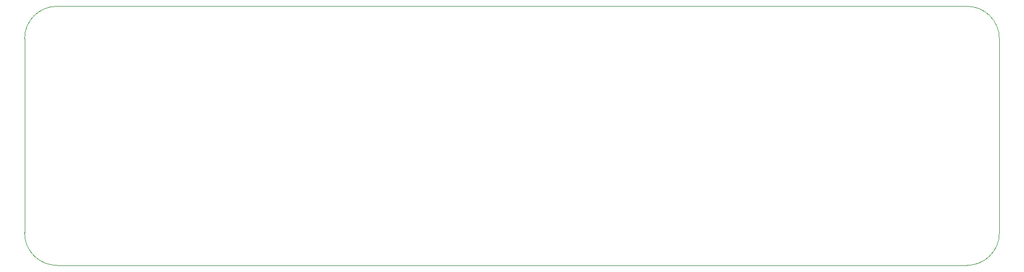
<source format=gbr>
%TF.GenerationSoftware,KiCad,Pcbnew,8.0.2*%
%TF.CreationDate,2024-07-01T04:04:09-07:00*%
%TF.ProjectId,waveform-generator-board,77617665-666f-4726-9d2d-67656e657261,rev?*%
%TF.SameCoordinates,Original*%
%TF.FileFunction,Profile,NP*%
%FSLAX46Y46*%
G04 Gerber Fmt 4.6, Leading zero omitted, Abs format (unit mm)*
G04 Created by KiCad (PCBNEW 8.0.2) date 2024-07-01 04:04:09*
%MOMM*%
%LPD*%
G01*
G04 APERTURE LIST*
%TA.AperFunction,Profile*%
%ADD10C,0.050000*%
%TD*%
G04 APERTURE END LIST*
D10*
X76000000Y-84000000D02*
G75*
G02*
X81000000Y-79000000I5000000J0D01*
G01*
X226000000Y-84000000D02*
X226000000Y-114000000D01*
X226000000Y-114000000D02*
G75*
G02*
X221000000Y-119000000I-5000000J0D01*
G01*
X221000000Y-119000000D02*
X81000000Y-119000000D01*
X76000000Y-84000000D02*
X76000000Y-114000000D01*
X81000000Y-79000000D02*
X221000000Y-79000000D01*
X81000000Y-119000000D02*
G75*
G02*
X76000000Y-114000000I0J5000000D01*
G01*
X221000000Y-79000000D02*
G75*
G02*
X226000000Y-84000000I0J-5000000D01*
G01*
M02*

</source>
